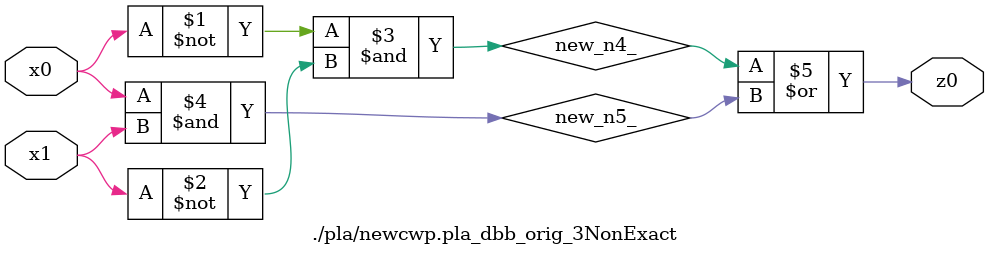
<source format=v>

module \./pla/newcwp.pla_dbb_orig_3NonExact  ( 
    x0, x1,
    z0  );
  input  x0, x1;
  output z0;
  wire new_n4_, new_n5_;
  assign new_n4_ = ~x0 & ~x1;
  assign new_n5_ = x0 & x1;
  assign z0 = new_n4_ | new_n5_;
endmodule



</source>
